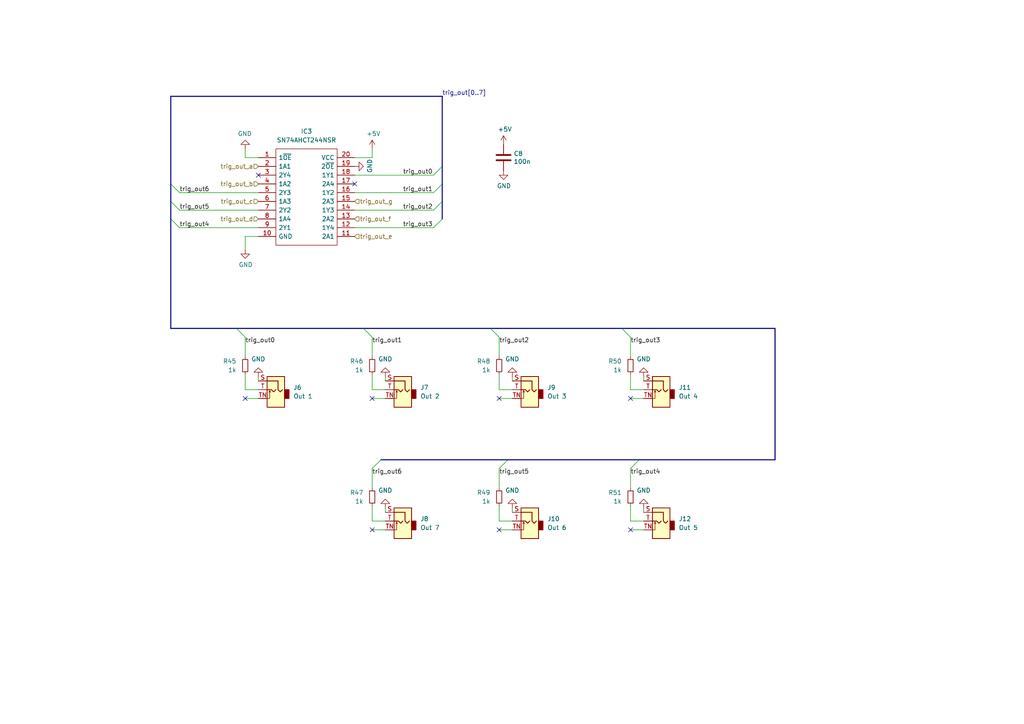
<source format=kicad_sch>
(kicad_sch (version 20211123) (generator eeschema)
  (paper "A4")
  (lib_symbols
    (symbol "Connector:AudioJack2_SwitchT"
      (property "Reference" "J" (at 0 8.89 0))
      (property "Value" "AudioJack2_SwitchT" (at 0 6.35 0))
      (symbol "AudioJack2_SwitchT_0_1"
        (rectangle (start -2.54 0) (end -3.81 -2.54) (stroke (width 0.254)) (fill (type outline)))
        (polyline (pts (xy 1.778 -0.254) (xy 2.032 -0.762)))
        (polyline (pts (xy 0 0) (xy 0.635 -0.635) (xy 1.27 0) (xy 2.54 0)) (stroke (width 0.254)))
        (polyline (pts (xy 2.54 -2.54) (xy 1.778 -2.54) (xy 1.778 -0.254) (xy 1.524 -0.762)))
        (polyline (pts (xy 2.54 2.54) (xy -0.635 2.54) (xy -0.635 0) (xy -1.27 -0.635) (xy -1.905 0)) (stroke (width 0.254)))
        (rectangle (start 2.54 3.81) (end -2.54 -5.08) (stroke (width 0.254)) (fill (type background)))
      )
      (symbol "AudioJack2_SwitchT_1_1"
        (pin passive line (at 5.08 2.54 180) (length 2.54) (name "~") (number "S"))
        (pin passive line (at 5.08 0 180) (length 2.54) (name "~") (number "T"))
        (pin passive line (at 5.08 -2.54 180) (length 2.54) (name "~") (number "TN"))
      )
    )
    (symbol "Device:C" (pin_numbers hide) (pin_names (offset 0.254))
      (property "Reference" "C" (at 0.635 2.54 0))
      (property "Value" "C" (at 0.635 -2.54 0))
      (symbol "C_0_1"
        (polyline (pts (xy -2.032 -0.762) (xy 2.032 -0.762)) (stroke (width 0.508)))
        (polyline (pts (xy -2.032 0.762) (xy 2.032 0.762)) (stroke (width 0.508)))
      )
      (symbol "C_1_1"
        (pin passive line (at 0 3.81 270) (length 2.794) (name "~") (number "1"))
        (pin passive line (at 0 -3.81 90) (length 2.794) (name "~") (number "2"))
      )
    )
    (symbol "Device:R_Small" (pin_numbers hide) (pin_names (offset 0.254) hide)
      (property "Reference" "R" (at 0.762 0.508 0))
      (property "Value" "R_Small" (at 0.762 -1.016 0))
      (symbol "R_Small_0_1"
        (rectangle (start -0.762 1.778) (end 0.762 -1.778) (stroke (width 0.2032)))
      )
      (symbol "R_Small_1_1"
        (pin passive line (at 0 2.54 270) (length 0.762) (name "~") (number "1"))
        (pin passive line (at 0 -2.54 90) (length 0.762) (name "~") (number "2"))
      )
    )
    (symbol "SN74AHCT244NSR:SN74AHCT244NSR" (pin_names (offset 0.762))
      (property "Reference" "IC" (at 24.13 7.62 0))
      (property "Value" "SN74AHCT244NSR" (at 24.13 5.08 0))
      (symbol "SN74AHCT244NSR_0_0"
        (pin passive line (at 0 0 0) (length 5.08) (name "1~{OE}") (number "1"))
        (pin passive line (at 0 -22.86 0) (length 5.08) (name "GND") (number "10"))
        (pin passive line (at 27.94 -22.86 180) (length 5.08) (name "2A1") (number "11"))
        (pin passive line (at 27.94 -20.32 180) (length 5.08) (name "1Y4") (number "12"))
        (pin passive line (at 27.94 -17.78 180) (length 5.08) (name "2A2") (number "13"))
        (pin passive line (at 27.94 -15.24 180) (length 5.08) (name "1Y3") (number "14"))
        (pin passive line (at 27.94 -12.7 180) (length 5.08) (name "2A3") (number "15"))
        (pin passive line (at 27.94 -10.16 180) (length 5.08) (name "1Y2") (number "16"))
        (pin passive line (at 27.94 -7.62 180) (length 5.08) (name "2A4") (number "17"))
        (pin passive line (at 27.94 -5.08 180) (length 5.08) (name "1Y1") (number "18"))
        (pin passive line (at 27.94 -2.54 180) (length 5.08) (name "2~{OE}") (number "19"))
        (pin passive line (at 0 -2.54 0) (length 5.08) (name "1A1") (number "2"))
        (pin passive line (at 27.94 0 180) (length 5.08) (name "VCC") (number "20"))
        (pin passive line (at 0 -5.08 0) (length 5.08) (name "2Y4") (number "3"))
        (pin passive line (at 0 -7.62 0) (length 5.08) (name "1A2") (number "4"))
        (pin passive line (at 0 -10.16 0) (length 5.08) (name "2Y3") (number "5"))
        (pin passive line (at 0 -12.7 0) (length 5.08) (name "1A3") (number "6"))
        (pin passive line (at 0 -15.24 0) (length 5.08) (name "2Y2") (number "7"))
        (pin passive line (at 0 -17.78 0) (length 5.08) (name "1A4") (number "8"))
        (pin passive line (at 0 -20.32 0) (length 5.08) (name "2Y1") (number "9"))
      )
      (symbol "SN74AHCT244NSR_0_1"
        (polyline (pts (xy 5.08 2.54) (xy 22.86 2.54) (xy 22.86 -25.4) (xy 5.08 -25.4) (xy 5.08 2.54)) (stroke (width 0.1524)))
      )
    )
    (symbol "power:+5V" (power) (pin_names (offset 0))
      (property "Value" "+5V" (at 0 3.556 0))
      (symbol "+5V_0_1"
        (polyline (pts (xy -0.762 1.27) (xy 0 2.54)))
        (polyline (pts (xy 0 0) (xy 0 2.54)))
        (polyline (pts (xy 0 2.54) (xy 0.762 1.27)))
      )
      (symbol "+5V_1_1"
        (pin power_in line (at 0 0 90) (length 0) hide (name "+5V") (number "1"))
      )
    )
    (symbol "power:GND" (power) (pin_names (offset 0))
      (property "Value" "GND" (at 0 -3.81 0))
      (symbol "GND_0_1"
        (polyline (pts (xy 0 0) (xy 0 -1.27) (xy 1.27 -1.27) (xy 0 -2.54) (xy -1.27 -1.27) (xy 0 -1.27)))
      )
      (symbol "GND_1_1"
        (pin power_in line (at 0 0 270) (length 0) hide (name "GND") (number "1"))
      )
    )
  )
  (no_connect (at 144.78 115.57))
  (no_connect (at 74.93 50.8))
  (no_connect (at 102.87 53.34))
  (no_connect (at 144.78 153.67))
  (no_connect (at 107.95 115.57))
  (no_connect (at 182.88 115.57))
  (no_connect (at 182.88 153.67))
  (no_connect (at 107.95 153.67))
  (no_connect (at 71.12 115.57))
  (bus_entry (at 144.78 135.89) (size 2.54 -2.54))
  (bus_entry (at 142.24 95.25) (size 2.54 2.54))
  (bus_entry (at 49.53 53.34) (size 2.54 2.54))
  (bus_entry (at 49.53 58.42) (size 2.54 2.54))
  (bus_entry (at 107.95 135.89) (size 2.54 -2.54))
  (bus_entry (at 182.88 135.89) (size 2.54 -2.54))
  (bus_entry (at 125.73 55.88) (size 2.54 -2.54))
  (bus_entry (at 125.73 50.8) (size 2.54 -2.54))
  (bus_entry (at 125.73 60.96) (size 2.54 -2.54))
  (bus_entry (at 49.53 63.5) (size 2.54 2.54))
  (bus_entry (at 68.58 95.25) (size 2.54 2.54))
  (bus_entry (at 105.41 95.25) (size 2.54 2.54))
  (bus_entry (at 180.34 95.25) (size 2.54 2.54))
  (bus_entry (at 128.27 63.5) (size -2.54 2.54))
  (wire (pts (xy 71.12 108.585) (xy 71.12 113.03)))
  (wire (pts (xy 148.59 110.49) (xy 148.59 109.22)))
  (wire (pts (xy 71.12 68.58) (xy 71.12 72.39)))
  (wire (pts (xy 111.76 115.57) (xy 107.95 115.57)))
  (bus (pts (xy 110.49 133.35) (xy 147.32 133.35)))
  (bus (pts (xy 180.34 95.25) (xy 224.79 95.25)))
  (wire (pts (xy 186.69 151.13) (xy 182.88 151.13)))
  (wire (pts (xy 74.93 113.03) (xy 71.12 113.03)))
  (wire (pts (xy 186.69 110.49) (xy 186.69 109.22)))
  (wire (pts (xy 144.78 108.585) (xy 144.78 113.03)))
  (wire (pts (xy 186.69 148.59) (xy 186.69 147.32)))
  (wire (pts (xy 102.87 60.96) (xy 125.73 60.96)))
  (wire (pts (xy 144.78 146.685) (xy 144.78 151.13)))
  (wire (pts (xy 148.59 113.03) (xy 144.78 113.03)))
  (bus (pts (xy 49.53 53.34) (xy 49.53 58.42)))
  (bus (pts (xy 147.32 133.35) (xy 185.42 133.35)))
  (wire (pts (xy 71.12 43.18) (xy 71.12 45.72)))
  (wire (pts (xy 71.12 97.79) (xy 71.12 103.505)))
  (wire (pts (xy 74.93 68.58) (xy 71.12 68.58)))
  (bus (pts (xy 128.27 48.26) (xy 128.27 27.94)))
  (wire (pts (xy 111.76 113.03) (xy 107.95 113.03)))
  (bus (pts (xy 49.53 95.25) (xy 68.58 95.25)))
  (bus (pts (xy 185.42 133.35) (xy 224.79 133.35)))
  (wire (pts (xy 182.88 108.585) (xy 182.88 113.03)))
  (wire (pts (xy 186.69 153.67) (xy 182.88 153.67)))
  (wire (pts (xy 102.87 55.88) (xy 125.73 55.88)))
  (wire (pts (xy 182.88 97.79) (xy 182.88 103.505)))
  (wire (pts (xy 74.93 115.57) (xy 71.12 115.57)))
  (bus (pts (xy 128.27 27.94) (xy 49.53 27.94)))
  (wire (pts (xy 52.07 66.04) (xy 74.93 66.04)))
  (wire (pts (xy 111.76 110.49) (xy 111.76 109.22)))
  (wire (pts (xy 148.59 148.59) (xy 148.59 147.32)))
  (wire (pts (xy 52.07 55.88) (xy 74.93 55.88)))
  (bus (pts (xy 224.79 95.25) (xy 224.79 133.35)))
  (wire (pts (xy 186.69 115.57) (xy 182.88 115.57)))
  (bus (pts (xy 68.58 95.25) (xy 105.41 95.25)))
  (wire (pts (xy 148.59 153.67) (xy 144.78 153.67)))
  (wire (pts (xy 186.69 113.03) (xy 182.88 113.03)))
  (wire (pts (xy 102.87 45.72) (xy 107.95 45.72)))
  (bus (pts (xy 128.27 53.34) (xy 128.27 48.26)))
  (wire (pts (xy 182.88 135.89) (xy 182.88 141.605)))
  (wire (pts (xy 182.88 146.685) (xy 182.88 151.13)))
  (wire (pts (xy 52.07 60.96) (xy 74.93 60.96)))
  (wire (pts (xy 102.87 66.04) (xy 125.73 66.04)))
  (wire (pts (xy 102.87 50.8) (xy 125.73 50.8)))
  (wire (pts (xy 74.93 110.49) (xy 74.93 109.22)))
  (wire (pts (xy 111.76 151.13) (xy 107.95 151.13)))
  (bus (pts (xy 49.53 58.42) (xy 49.53 63.5)))
  (wire (pts (xy 107.95 97.79) (xy 107.95 103.505)))
  (wire (pts (xy 148.59 115.57) (xy 144.78 115.57)))
  (bus (pts (xy 128.27 58.42) (xy 128.27 53.34)))
  (wire (pts (xy 111.76 153.67) (xy 107.95 153.67)))
  (wire (pts (xy 107.95 108.585) (xy 107.95 113.03)))
  (wire (pts (xy 107.95 45.72) (xy 107.95 43.18)))
  (wire (pts (xy 107.95 146.685) (xy 107.95 151.13)))
  (wire (pts (xy 71.12 45.72) (xy 74.93 45.72)))
  (wire (pts (xy 148.59 151.13) (xy 144.78 151.13)))
  (bus (pts (xy 128.27 63.5) (xy 128.27 58.42)))
  (bus (pts (xy 142.24 95.25) (xy 180.34 95.25)))
  (bus (pts (xy 49.53 27.94) (xy 49.53 53.34)))
  (bus (pts (xy 105.41 95.25) (xy 142.24 95.25)))
  (wire (pts (xy 144.78 97.79) (xy 144.78 103.505)))
  (bus (pts (xy 49.53 63.5) (xy 49.53 95.25)))
  (wire (pts (xy 107.95 135.89) (xy 107.95 141.605)))
  (wire (pts (xy 111.76 148.59) (xy 111.76 147.32)))
  (wire (pts (xy 144.78 135.89) (xy 144.78 141.605)))
  (label "trig_out3" (at 182.88 99.695 0))
  (label "trig_out0" (at 71.12 99.695 0))
  (label "trig_out1" (at 107.95 99.695 0))
  (label "trig_out5" (at 52.07 60.96 0))
  (label "trig_out6" (at 107.95 137.795 0))
  (label "trig_out2" (at 116.84 60.96 0))
  (label "trig_out4" (at 52.07 66.04 0))
  (label "trig_out5" (at 144.78 137.795 0))
  (label "trig_out1" (at 116.84 55.88 0))
  (label "trig_out[0..7]" (at 128.27 27.94 0))
  (label "trig_out2" (at 144.78 99.695 0))
  (label "trig_out4" (at 182.88 137.795 0))
  (label "trig_out0" (at 116.84 50.8 0))
  (label "trig_out3" (at 116.84 66.04 0))
  (label "trig_out6" (at 52.07 55.88 0))
  (hierarchical_label "trig_out_f" (shape input) (at 102.87 63.5 0))
  (hierarchical_label "trig_out_a" (shape input) (at 74.93 48.26 180))
  (hierarchical_label "trig_out_c" (shape input) (at 74.93 58.42 180))
  (hierarchical_label "trig_out_d" (shape input) (at 74.93 63.5 180))
  (hierarchical_label "trig_out_g" (shape input) (at 102.87 58.42 0))
  (hierarchical_label "trig_out_b" (shape input) (at 74.93 53.34 180))
  (hierarchical_label "trig_out_e" (shape input) (at 102.87 68.58 0))
  (symbol (lib_id "Connector:AudioJack2_SwitchT") (at 116.84 113.03 0) (mirror y) (unit 1)
    (property "Reference" "J7" (at 121.92 112.3949 0) (effects (justify right)))
    (property "Value" "Out 2" (at 121.92 114.9349 0) (effects (justify right)))
    (property "Footprint" "AudioJacks:Jack_3.5mm_QingPu_WQP-PJ301BM_Vertical" (effects hide))
  )
  (symbol (lib_id "Connector:AudioJack2_SwitchT") (at 191.77 113.03 0) (mirror y) (unit 1)
    (property "Reference" "J11" (at 196.85 112.3949 0) (effects (justify right)))
    (property "Value" "Out 4" (at 196.85 114.9349 0) (effects (justify right)))
    (property "Footprint" "AudioJacks:Jack_3.5mm_QingPu_WQP-PJ301BM_Vertical" (effects hide))
  )
  (symbol (lib_id "Device:R_Small") (at 107.95 106.045 0) (unit 1)
    (property "Reference" "R46" (at 105.41 104.775 0) (effects (justify right)))
    (property "Value" "1k" (at 105.41 107.315 0) (effects (justify right)))
    (property "Footprint" "Resistor_SMD:R_0603_1608Metric_Pad0.98x0.95mm_HandSolder" (effects hide))
  )
  (symbol (lib_id "power:GND") (at 146.05 49.53 0) (unit 1)
    (property "Reference" "#PWR0192" (effects hide))
    (property "Value" "GND" (at 146.177 53.9242 0))
  )
  (symbol (lib_id "Device:R_Small") (at 107.95 144.145 0) (unit 1)
    (property "Reference" "R47" (at 105.41 142.875 0) (effects (justify right)))
    (property "Value" "1k" (at 105.41 145.415 0) (effects (justify right)))
    (property "Footprint" "Resistor_SMD:R_0603_1608Metric_Pad0.98x0.95mm_HandSolder" (effects hide))
  )
  (symbol (lib_id "power:+5V") (at 146.05 41.91 0) (unit 1)
    (property "Reference" "#PWR0193" (effects hide))
    (property "Value" "+5V" (at 146.431 37.5158 0))
  )
  (symbol (lib_id "Device:R_Small") (at 182.88 106.045 0) (unit 1)
    (property "Reference" "R50" (at 180.34 104.775 0) (effects (justify right)))
    (property "Value" "1k" (at 180.34 107.315 0) (effects (justify right)))
    (property "Footprint" "Resistor_SMD:R_0603_1608Metric_Pad0.98x0.95mm_HandSolder" (effects hide))
  )
  (symbol (lib_id "power:GND") (at 148.59 147.32 180) (unit 1)
    (property "Reference" "#PWR0187" (effects hide))
    (property "Value" "GND" (at 148.59 142.24 0))
  )
  (symbol (lib_id "Connector:AudioJack2_SwitchT") (at 153.67 151.13 0) (mirror y) (unit 1)
    (property "Reference" "J10" (at 158.75 150.4949 0) (effects (justify right)))
    (property "Value" "Out 6" (at 158.75 153.0349 0) (effects (justify right)))
    (property "Footprint" "AudioJacks:Jack_3.5mm_QingPu_WQP-PJ301BM_Vertical" (effects hide))
  )
  (symbol (lib_id "Device:R_Small") (at 144.78 144.145 0) (unit 1)
    (property "Reference" "R49" (at 142.24 142.875 0) (effects (justify right)))
    (property "Value" "1k" (at 142.24 145.415 0) (effects (justify right)))
    (property "Footprint" "Resistor_SMD:R_0603_1608Metric_Pad0.98x0.95mm_HandSolder" (effects hide))
  )
  (symbol (lib_id "power:GND") (at 148.59 109.22 180) (unit 1)
    (property "Reference" "#PWR0188" (effects hide))
    (property "Value" "GND" (at 148.59 104.14 0))
  )
  (symbol (lib_id "power:GND") (at 71.12 72.39 0) (unit 1)
    (property "Reference" "#PWR0183" (effects hide))
    (property "Value" "GND" (at 71.247 76.7842 0))
  )
  (symbol (lib_id "Connector:AudioJack2_SwitchT") (at 191.77 151.13 0) (mirror y) (unit 1)
    (property "Reference" "J12" (at 196.85 150.4949 0) (effects (justify right)))
    (property "Value" "Out 5" (at 196.85 153.0349 0) (effects (justify right)))
    (property "Footprint" "AudioJacks:Jack_3.5mm_QingPu_WQP-PJ301BM_Vertical" (effects hide))
  )
  (symbol (lib_id "power:GND") (at 74.93 109.22 180) (unit 1)
    (property "Reference" "#PWR0185" (effects hide))
    (property "Value" "GND" (at 74.93 104.14 0))
  )
  (symbol (lib_id "power:GND") (at 186.69 147.32 180) (unit 1)
    (property "Reference" "#PWR0194" (effects hide))
    (property "Value" "GND" (at 186.69 142.24 0))
  )
  (symbol (lib_id "SN74AHCT244NSR:SN74AHCT244NSR") (at 74.93 45.72 0) (unit 1)
    (property "Reference" "IC3" (at 88.9 38.1 0))
    (property "Value" "SN74AHCT244NSR" (at 88.9 40.64 0))
    (property "Footprint" "SN74AHCT244NSR:SOIC127P780X200-20N" (effects hide))
    (property "Datasheet" "http://www.ti.com/lit/gpn/sn74ahct244" (effects hide))
    (property "Description" "Octal Buffers/Drivers With 3-State Outputs" (effects hide))
    (property "Height" "2" (effects hide))
    (property "Manufacturer_Name" "Texas Instruments" (effects hide))
    (property "Manufacturer_Part_Number" "SN74AHCT244NSR" (effects hide))
    (property "Mouser Part Number" "595-SN74AHCT244NSR" (effects hide))
    (property "Mouser Price/Stock" "https://www.mouser.co.uk/ProductDetail/Texas-Instruments/SN74AHCT244NSR?qs=JS6RUWRH9DVOX6Oa4rAfTg%3D%3D" (effects hide))
    (property "Arrow Part Number" "SN74AHCT244NSR" (effects hide))
    (property "Arrow Price/Stock" "https://www.arrow.com/en/products/sn74ahct244nsr/texas-instruments" (effects hide))
  )
  (symbol (lib_id "power:GND") (at 102.87 48.26 90) (unit 1)
    (property "Reference" "#PWR0190" (effects hide))
    (property "Value" "GND" (at 107.2642 48.133 0))
  )
  (symbol (lib_id "power:+5V") (at 107.95 43.18 0) (unit 1)
    (property "Reference" "#PWR0191" (effects hide))
    (property "Value" "+5V" (at 108.331 38.7858 0))
  )
  (symbol (lib_id "Connector:AudioJack2_SwitchT") (at 153.67 113.03 0) (mirror y) (unit 1)
    (property "Reference" "J9" (at 158.75 112.3949 0) (effects (justify right)))
    (property "Value" "Out 3" (at 158.75 114.9349 0) (effects (justify right)))
    (property "Footprint" "AudioJacks:Jack_3.5mm_QingPu_WQP-PJ301BM_Vertical" (effects hide))
  )
  (symbol (lib_id "Device:R_Small") (at 182.88 144.145 0) (unit 1)
    (property "Reference" "R51" (at 180.34 142.875 0) (effects (justify right)))
    (property "Value" "1k" (at 180.34 145.415 0) (effects (justify right)))
    (property "Footprint" "Resistor_SMD:R_0603_1608Metric_Pad0.98x0.95mm_HandSolder" (effects hide))
  )
  (symbol (lib_id "power:GND") (at 71.12 43.18 180) (unit 1)
    (property "Reference" "#PWR0184" (effects hide))
    (property "Value" "GND" (at 70.993 38.7858 0))
  )
  (symbol (lib_id "Device:R_Small") (at 144.78 106.045 0) (unit 1)
    (property "Reference" "R48" (at 142.24 104.775 0) (effects (justify right)))
    (property "Value" "1k" (at 142.24 107.315 0) (effects (justify right)))
    (property "Footprint" "Resistor_SMD:R_0603_1608Metric_Pad0.98x0.95mm_HandSolder" (effects hide))
  )
  (symbol (lib_id "Device:C") (at 146.05 45.72 0) (unit 1)
    (property "Reference" "C8" (at 148.971 44.5516 0) (effects (justify left)))
    (property "Value" "100n" (at 148.971 46.863 0) (effects (justify left)))
    (property "Footprint" "Capacitor_SMD:C_0603_1608Metric_Pad1.08x0.95mm_HandSolder" (effects hide))
  )
  (symbol (lib_id "Connector:AudioJack2_SwitchT") (at 116.84 151.13 0) (mirror y) (unit 1)
    (property "Reference" "J8" (at 121.92 150.4949 0) (effects (justify right)))
    (property "Value" "Out 7" (at 121.92 153.0349 0) (effects (justify right)))
    (property "Footprint" "AudioJacks:Jack_3.5mm_QingPu_WQP-PJ301BM_Vertical" (effects hide))
  )
  (symbol (lib_id "power:GND") (at 111.76 147.32 180) (unit 1)
    (property "Reference" "#PWR0186" (effects hide))
    (property "Value" "GND" (at 111.76 142.24 0))
  )
  (symbol (lib_id "Connector:AudioJack2_SwitchT") (at 80.01 113.03 0) (mirror y) (unit 1)
    (property "Reference" "J6" (at 85.09 112.3949 0) (effects (justify right)))
    (property "Value" "Out 1" (at 85.09 114.9349 0) (effects (justify right)))
    (property "Footprint" "AudioJacks:Jack_3.5mm_QingPu_WQP-PJ301BM_Vertical" (effects hide))
  )
  (symbol (lib_id "power:GND") (at 111.76 109.22 180) (unit 1)
    (property "Reference" "#PWR0189" (effects hide))
    (property "Value" "GND" (at 111.76 104.14 0))
  )
  (symbol (lib_id "Device:R_Small") (at 71.12 106.045 0) (unit 1)
    (property "Reference" "R45" (at 68.58 104.775 0) (effects (justify right)))
    (property "Value" "1k" (at 68.58 107.315 0) (effects (justify right)))
    (property "Footprint" "Resistor_SMD:R_0603_1608Metric_Pad0.98x0.95mm_HandSolder" (effects hide))
  )
  (symbol (lib_id "power:GND") (at 186.69 109.22 180) (unit 1)
    (property "Reference" "#PWR0195" (effects hide))
    (property "Value" "GND" (at 186.69 104.14 0))
  )
)
</source>
